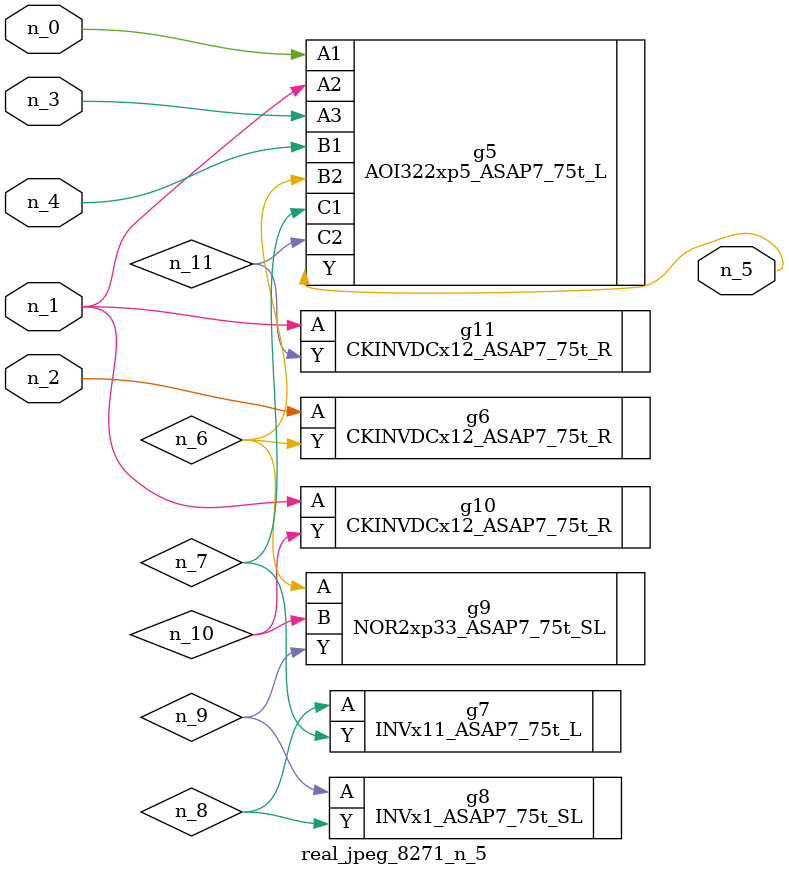
<source format=v>
module real_jpeg_8271_n_5 (n_4, n_0, n_1, n_2, n_3, n_5);

input n_4;
input n_0;
input n_1;
input n_2;
input n_3;

output n_5;

wire n_8;
wire n_11;
wire n_6;
wire n_7;
wire n_10;
wire n_9;

AOI322xp5_ASAP7_75t_L g5 ( 
.A1(n_0),
.A2(n_1),
.A3(n_3),
.B1(n_4),
.B2(n_6),
.C1(n_7),
.C2(n_11),
.Y(n_5)
);

CKINVDCx12_ASAP7_75t_R g10 ( 
.A(n_1),
.Y(n_10)
);

CKINVDCx12_ASAP7_75t_R g11 ( 
.A(n_1),
.Y(n_11)
);

CKINVDCx12_ASAP7_75t_R g6 ( 
.A(n_2),
.Y(n_6)
);

NOR2xp33_ASAP7_75t_SL g9 ( 
.A(n_6),
.B(n_10),
.Y(n_9)
);

INVx11_ASAP7_75t_L g7 ( 
.A(n_8),
.Y(n_7)
);

INVx1_ASAP7_75t_SL g8 ( 
.A(n_9),
.Y(n_8)
);


endmodule
</source>
